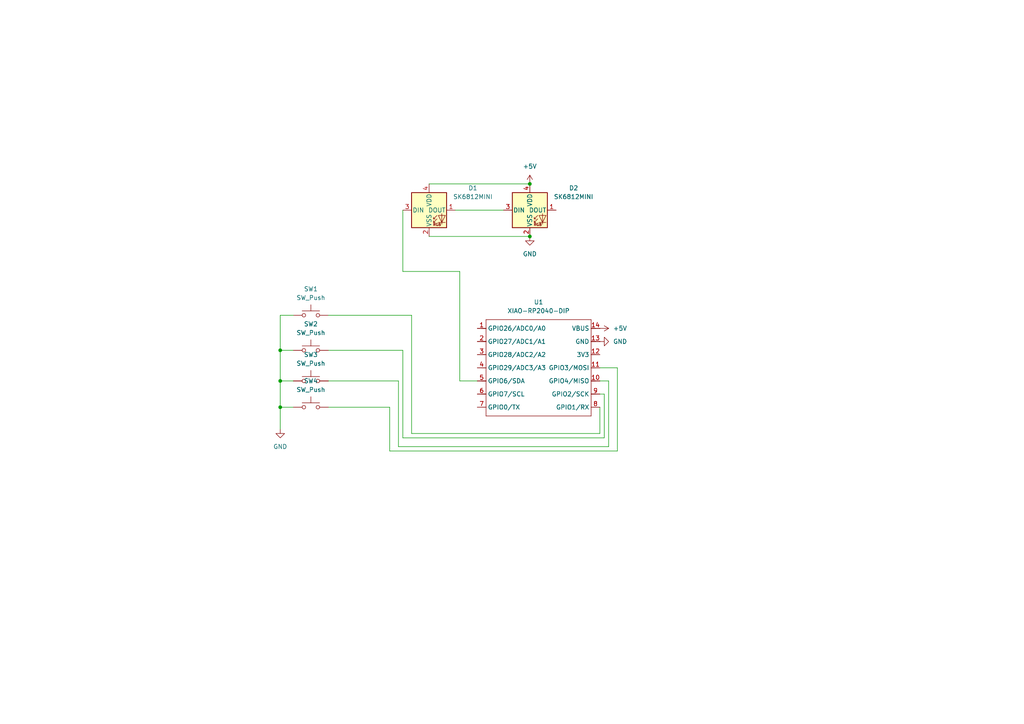
<source format=kicad_sch>
(kicad_sch
	(version 20250114)
	(generator "eeschema")
	(generator_version "9.0")
	(uuid "d1d1c7bd-7416-42d8-a4eb-284f0120f1bc")
	(paper "A4")
	(lib_symbols
		(symbol "LED:SK6812MINI"
			(pin_names
				(offset 0.254)
			)
			(exclude_from_sim no)
			(in_bom yes)
			(on_board yes)
			(property "Reference" "D"
				(at 5.08 5.715 0)
				(effects
					(font
						(size 1.27 1.27)
					)
					(justify right bottom)
				)
			)
			(property "Value" "SK6812MINI"
				(at 1.27 -5.715 0)
				(effects
					(font
						(size 1.27 1.27)
					)
					(justify left top)
				)
			)
			(property "Footprint" "LED_SMD:LED_SK6812MINI_PLCC4_3.5x3.5mm_P1.75mm"
				(at 1.27 -7.62 0)
				(effects
					(font
						(size 1.27 1.27)
					)
					(justify left top)
					(hide yes)
				)
			)
			(property "Datasheet" "https://cdn-shop.adafruit.com/product-files/2686/SK6812MINI_REV.01-1-2.pdf"
				(at 2.54 -9.525 0)
				(effects
					(font
						(size 1.27 1.27)
					)
					(justify left top)
					(hide yes)
				)
			)
			(property "Description" "RGB LED with integrated controller"
				(at 0 0 0)
				(effects
					(font
						(size 1.27 1.27)
					)
					(hide yes)
				)
			)
			(property "ki_keywords" "RGB LED NeoPixel Mini addressable"
				(at 0 0 0)
				(effects
					(font
						(size 1.27 1.27)
					)
					(hide yes)
				)
			)
			(property "ki_fp_filters" "LED*SK6812MINI*PLCC*3.5x3.5mm*P1.75mm*"
				(at 0 0 0)
				(effects
					(font
						(size 1.27 1.27)
					)
					(hide yes)
				)
			)
			(symbol "SK6812MINI_0_0"
				(text "RGB"
					(at 2.286 -4.191 0)
					(effects
						(font
							(size 0.762 0.762)
						)
					)
				)
			)
			(symbol "SK6812MINI_0_1"
				(polyline
					(pts
						(xy 1.27 -2.54) (xy 1.778 -2.54)
					)
					(stroke
						(width 0)
						(type default)
					)
					(fill
						(type none)
					)
				)
				(polyline
					(pts
						(xy 1.27 -3.556) (xy 1.778 -3.556)
					)
					(stroke
						(width 0)
						(type default)
					)
					(fill
						(type none)
					)
				)
				(polyline
					(pts
						(xy 2.286 -1.524) (xy 1.27 -2.54) (xy 1.27 -2.032)
					)
					(stroke
						(width 0)
						(type default)
					)
					(fill
						(type none)
					)
				)
				(polyline
					(pts
						(xy 2.286 -2.54) (xy 1.27 -3.556) (xy 1.27 -3.048)
					)
					(stroke
						(width 0)
						(type default)
					)
					(fill
						(type none)
					)
				)
				(polyline
					(pts
						(xy 3.683 -1.016) (xy 3.683 -3.556) (xy 3.683 -4.064)
					)
					(stroke
						(width 0)
						(type default)
					)
					(fill
						(type none)
					)
				)
				(polyline
					(pts
						(xy 4.699 -1.524) (xy 2.667 -1.524) (xy 3.683 -3.556) (xy 4.699 -1.524)
					)
					(stroke
						(width 0)
						(type default)
					)
					(fill
						(type none)
					)
				)
				(polyline
					(pts
						(xy 4.699 -3.556) (xy 2.667 -3.556)
					)
					(stroke
						(width 0)
						(type default)
					)
					(fill
						(type none)
					)
				)
				(rectangle
					(start 5.08 5.08)
					(end -5.08 -5.08)
					(stroke
						(width 0.254)
						(type default)
					)
					(fill
						(type background)
					)
				)
			)
			(symbol "SK6812MINI_1_1"
				(pin input line
					(at -7.62 0 0)
					(length 2.54)
					(name "DIN"
						(effects
							(font
								(size 1.27 1.27)
							)
						)
					)
					(number "3"
						(effects
							(font
								(size 1.27 1.27)
							)
						)
					)
				)
				(pin power_in line
					(at 0 7.62 270)
					(length 2.54)
					(name "VDD"
						(effects
							(font
								(size 1.27 1.27)
							)
						)
					)
					(number "4"
						(effects
							(font
								(size 1.27 1.27)
							)
						)
					)
				)
				(pin power_in line
					(at 0 -7.62 90)
					(length 2.54)
					(name "VSS"
						(effects
							(font
								(size 1.27 1.27)
							)
						)
					)
					(number "2"
						(effects
							(font
								(size 1.27 1.27)
							)
						)
					)
				)
				(pin output line
					(at 7.62 0 180)
					(length 2.54)
					(name "DOUT"
						(effects
							(font
								(size 1.27 1.27)
							)
						)
					)
					(number "1"
						(effects
							(font
								(size 1.27 1.27)
							)
						)
					)
				)
			)
			(embedded_fonts no)
		)
		(symbol "OPL:XIAO-RP2040-DIP"
			(exclude_from_sim no)
			(in_bom yes)
			(on_board yes)
			(property "Reference" "U"
				(at 0 0 0)
				(effects
					(font
						(size 1.27 1.27)
					)
				)
			)
			(property "Value" "XIAO-RP2040-DIP"
				(at 5.334 -1.778 0)
				(effects
					(font
						(size 1.27 1.27)
					)
				)
			)
			(property "Footprint" "Module:MOUDLE14P-XIAO-DIP-SMD"
				(at 14.478 -32.258 0)
				(effects
					(font
						(size 1.27 1.27)
					)
					(hide yes)
				)
			)
			(property "Datasheet" ""
				(at 0 0 0)
				(effects
					(font
						(size 1.27 1.27)
					)
					(hide yes)
				)
			)
			(property "Description" ""
				(at 0 0 0)
				(effects
					(font
						(size 1.27 1.27)
					)
					(hide yes)
				)
			)
			(symbol "XIAO-RP2040-DIP_1_0"
				(polyline
					(pts
						(xy -1.27 -2.54) (xy 29.21 -2.54)
					)
					(stroke
						(width 0.1524)
						(type solid)
					)
					(fill
						(type none)
					)
				)
				(polyline
					(pts
						(xy -1.27 -5.08) (xy -2.54 -5.08)
					)
					(stroke
						(width 0.1524)
						(type solid)
					)
					(fill
						(type none)
					)
				)
				(polyline
					(pts
						(xy -1.27 -5.08) (xy -1.27 -2.54)
					)
					(stroke
						(width 0.1524)
						(type solid)
					)
					(fill
						(type none)
					)
				)
				(polyline
					(pts
						(xy -1.27 -8.89) (xy -2.54 -8.89)
					)
					(stroke
						(width 0.1524)
						(type solid)
					)
					(fill
						(type none)
					)
				)
				(polyline
					(pts
						(xy -1.27 -8.89) (xy -1.27 -5.08)
					)
					(stroke
						(width 0.1524)
						(type solid)
					)
					(fill
						(type none)
					)
				)
				(polyline
					(pts
						(xy -1.27 -12.7) (xy -2.54 -12.7)
					)
					(stroke
						(width 0.1524)
						(type solid)
					)
					(fill
						(type none)
					)
				)
				(polyline
					(pts
						(xy -1.27 -12.7) (xy -1.27 -8.89)
					)
					(stroke
						(width 0.1524)
						(type solid)
					)
					(fill
						(type none)
					)
				)
				(polyline
					(pts
						(xy -1.27 -16.51) (xy -2.54 -16.51)
					)
					(stroke
						(width 0.1524)
						(type solid)
					)
					(fill
						(type none)
					)
				)
				(polyline
					(pts
						(xy -1.27 -16.51) (xy -1.27 -12.7)
					)
					(stroke
						(width 0.1524)
						(type solid)
					)
					(fill
						(type none)
					)
				)
				(polyline
					(pts
						(xy -1.27 -20.32) (xy -2.54 -20.32)
					)
					(stroke
						(width 0.1524)
						(type solid)
					)
					(fill
						(type none)
					)
				)
				(polyline
					(pts
						(xy -1.27 -24.13) (xy -2.54 -24.13)
					)
					(stroke
						(width 0.1524)
						(type solid)
					)
					(fill
						(type none)
					)
				)
				(polyline
					(pts
						(xy -1.27 -27.94) (xy -2.54 -27.94)
					)
					(stroke
						(width 0.1524)
						(type solid)
					)
					(fill
						(type none)
					)
				)
				(polyline
					(pts
						(xy -1.27 -30.48) (xy -1.27 -16.51)
					)
					(stroke
						(width 0.1524)
						(type solid)
					)
					(fill
						(type none)
					)
				)
				(polyline
					(pts
						(xy 29.21 -2.54) (xy 29.21 -5.08)
					)
					(stroke
						(width 0.1524)
						(type solid)
					)
					(fill
						(type none)
					)
				)
				(polyline
					(pts
						(xy 29.21 -5.08) (xy 29.21 -8.89)
					)
					(stroke
						(width 0.1524)
						(type solid)
					)
					(fill
						(type none)
					)
				)
				(polyline
					(pts
						(xy 29.21 -8.89) (xy 29.21 -12.7)
					)
					(stroke
						(width 0.1524)
						(type solid)
					)
					(fill
						(type none)
					)
				)
				(polyline
					(pts
						(xy 29.21 -12.7) (xy 29.21 -30.48)
					)
					(stroke
						(width 0.1524)
						(type solid)
					)
					(fill
						(type none)
					)
				)
				(polyline
					(pts
						(xy 29.21 -30.48) (xy -1.27 -30.48)
					)
					(stroke
						(width 0.1524)
						(type solid)
					)
					(fill
						(type none)
					)
				)
				(polyline
					(pts
						(xy 30.48 -5.08) (xy 29.21 -5.08)
					)
					(stroke
						(width 0.1524)
						(type solid)
					)
					(fill
						(type none)
					)
				)
				(polyline
					(pts
						(xy 30.48 -8.89) (xy 29.21 -8.89)
					)
					(stroke
						(width 0.1524)
						(type solid)
					)
					(fill
						(type none)
					)
				)
				(polyline
					(pts
						(xy 30.48 -12.7) (xy 29.21 -12.7)
					)
					(stroke
						(width 0.1524)
						(type solid)
					)
					(fill
						(type none)
					)
				)
				(polyline
					(pts
						(xy 30.48 -16.51) (xy 29.21 -16.51)
					)
					(stroke
						(width 0.1524)
						(type solid)
					)
					(fill
						(type none)
					)
				)
				(polyline
					(pts
						(xy 30.48 -20.32) (xy 29.21 -20.32)
					)
					(stroke
						(width 0.1524)
						(type solid)
					)
					(fill
						(type none)
					)
				)
				(polyline
					(pts
						(xy 30.48 -24.13) (xy 29.21 -24.13)
					)
					(stroke
						(width 0.1524)
						(type solid)
					)
					(fill
						(type none)
					)
				)
				(polyline
					(pts
						(xy 30.48 -27.94) (xy 29.21 -27.94)
					)
					(stroke
						(width 0.1524)
						(type solid)
					)
					(fill
						(type none)
					)
				)
				(pin passive line
					(at -3.81 -5.08 0)
					(length 2.54)
					(name "GPIO26/ADC0/A0"
						(effects
							(font
								(size 1.27 1.27)
							)
						)
					)
					(number "1"
						(effects
							(font
								(size 1.27 1.27)
							)
						)
					)
				)
				(pin passive line
					(at -3.81 -8.89 0)
					(length 2.54)
					(name "GPIO27/ADC1/A1"
						(effects
							(font
								(size 1.27 1.27)
							)
						)
					)
					(number "2"
						(effects
							(font
								(size 1.27 1.27)
							)
						)
					)
				)
				(pin passive line
					(at -3.81 -12.7 0)
					(length 2.54)
					(name "GPIO28/ADC2/A2"
						(effects
							(font
								(size 1.27 1.27)
							)
						)
					)
					(number "3"
						(effects
							(font
								(size 1.27 1.27)
							)
						)
					)
				)
				(pin passive line
					(at -3.81 -16.51 0)
					(length 2.54)
					(name "GPIO29/ADC3/A3"
						(effects
							(font
								(size 1.27 1.27)
							)
						)
					)
					(number "4"
						(effects
							(font
								(size 1.27 1.27)
							)
						)
					)
				)
				(pin passive line
					(at -3.81 -20.32 0)
					(length 2.54)
					(name "GPIO6/SDA"
						(effects
							(font
								(size 1.27 1.27)
							)
						)
					)
					(number "5"
						(effects
							(font
								(size 1.27 1.27)
							)
						)
					)
				)
				(pin passive line
					(at -3.81 -24.13 0)
					(length 2.54)
					(name "GPIO7/SCL"
						(effects
							(font
								(size 1.27 1.27)
							)
						)
					)
					(number "6"
						(effects
							(font
								(size 1.27 1.27)
							)
						)
					)
				)
				(pin passive line
					(at -3.81 -27.94 0)
					(length 2.54)
					(name "GPIO0/TX"
						(effects
							(font
								(size 1.27 1.27)
							)
						)
					)
					(number "7"
						(effects
							(font
								(size 1.27 1.27)
							)
						)
					)
				)
				(pin passive line
					(at 31.75 -5.08 180)
					(length 2.54)
					(name "VBUS"
						(effects
							(font
								(size 1.27 1.27)
							)
						)
					)
					(number "14"
						(effects
							(font
								(size 1.27 1.27)
							)
						)
					)
				)
				(pin passive line
					(at 31.75 -8.89 180)
					(length 2.54)
					(name "GND"
						(effects
							(font
								(size 1.27 1.27)
							)
						)
					)
					(number "13"
						(effects
							(font
								(size 1.27 1.27)
							)
						)
					)
				)
				(pin passive line
					(at 31.75 -12.7 180)
					(length 2.54)
					(name "3V3"
						(effects
							(font
								(size 1.27 1.27)
							)
						)
					)
					(number "12"
						(effects
							(font
								(size 1.27 1.27)
							)
						)
					)
				)
				(pin passive line
					(at 31.75 -16.51 180)
					(length 2.54)
					(name "GPIO3/MOSI"
						(effects
							(font
								(size 1.27 1.27)
							)
						)
					)
					(number "11"
						(effects
							(font
								(size 1.27 1.27)
							)
						)
					)
				)
				(pin passive line
					(at 31.75 -20.32 180)
					(length 2.54)
					(name "GPIO4/MISO"
						(effects
							(font
								(size 1.27 1.27)
							)
						)
					)
					(number "10"
						(effects
							(font
								(size 1.27 1.27)
							)
						)
					)
				)
				(pin passive line
					(at 31.75 -24.13 180)
					(length 2.54)
					(name "GPIO2/SCK"
						(effects
							(font
								(size 1.27 1.27)
							)
						)
					)
					(number "9"
						(effects
							(font
								(size 1.27 1.27)
							)
						)
					)
				)
				(pin passive line
					(at 31.75 -27.94 180)
					(length 2.54)
					(name "GPIO1/RX"
						(effects
							(font
								(size 1.27 1.27)
							)
						)
					)
					(number "8"
						(effects
							(font
								(size 1.27 1.27)
							)
						)
					)
				)
			)
			(embedded_fonts no)
		)
		(symbol "Switch:SW_Push"
			(pin_numbers
				(hide yes)
			)
			(pin_names
				(offset 1.016)
				(hide yes)
			)
			(exclude_from_sim no)
			(in_bom yes)
			(on_board yes)
			(property "Reference" "SW"
				(at 1.27 2.54 0)
				(effects
					(font
						(size 1.27 1.27)
					)
					(justify left)
				)
			)
			(property "Value" "SW_Push"
				(at 0 -1.524 0)
				(effects
					(font
						(size 1.27 1.27)
					)
				)
			)
			(property "Footprint" ""
				(at 0 5.08 0)
				(effects
					(font
						(size 1.27 1.27)
					)
					(hide yes)
				)
			)
			(property "Datasheet" "~"
				(at 0 5.08 0)
				(effects
					(font
						(size 1.27 1.27)
					)
					(hide yes)
				)
			)
			(property "Description" "Push button switch, generic, two pins"
				(at 0 0 0)
				(effects
					(font
						(size 1.27 1.27)
					)
					(hide yes)
				)
			)
			(property "ki_keywords" "switch normally-open pushbutton push-button"
				(at 0 0 0)
				(effects
					(font
						(size 1.27 1.27)
					)
					(hide yes)
				)
			)
			(symbol "SW_Push_0_1"
				(circle
					(center -2.032 0)
					(radius 0.508)
					(stroke
						(width 0)
						(type default)
					)
					(fill
						(type none)
					)
				)
				(polyline
					(pts
						(xy 0 1.27) (xy 0 3.048)
					)
					(stroke
						(width 0)
						(type default)
					)
					(fill
						(type none)
					)
				)
				(circle
					(center 2.032 0)
					(radius 0.508)
					(stroke
						(width 0)
						(type default)
					)
					(fill
						(type none)
					)
				)
				(polyline
					(pts
						(xy 2.54 1.27) (xy -2.54 1.27)
					)
					(stroke
						(width 0)
						(type default)
					)
					(fill
						(type none)
					)
				)
				(pin passive line
					(at -5.08 0 0)
					(length 2.54)
					(name "1"
						(effects
							(font
								(size 1.27 1.27)
							)
						)
					)
					(number "1"
						(effects
							(font
								(size 1.27 1.27)
							)
						)
					)
				)
				(pin passive line
					(at 5.08 0 180)
					(length 2.54)
					(name "2"
						(effects
							(font
								(size 1.27 1.27)
							)
						)
					)
					(number "2"
						(effects
							(font
								(size 1.27 1.27)
							)
						)
					)
				)
			)
			(embedded_fonts no)
		)
		(symbol "power:+5V"
			(power)
			(pin_numbers
				(hide yes)
			)
			(pin_names
				(offset 0)
				(hide yes)
			)
			(exclude_from_sim no)
			(in_bom yes)
			(on_board yes)
			(property "Reference" "#PWR"
				(at 0 -3.81 0)
				(effects
					(font
						(size 1.27 1.27)
					)
					(hide yes)
				)
			)
			(property "Value" "+5V"
				(at 0 3.556 0)
				(effects
					(font
						(size 1.27 1.27)
					)
				)
			)
			(property "Footprint" ""
				(at 0 0 0)
				(effects
					(font
						(size 1.27 1.27)
					)
					(hide yes)
				)
			)
			(property "Datasheet" ""
				(at 0 0 0)
				(effects
					(font
						(size 1.27 1.27)
					)
					(hide yes)
				)
			)
			(property "Description" "Power symbol creates a global label with name \"+5V\""
				(at 0 0 0)
				(effects
					(font
						(size 1.27 1.27)
					)
					(hide yes)
				)
			)
			(property "ki_keywords" "global power"
				(at 0 0 0)
				(effects
					(font
						(size 1.27 1.27)
					)
					(hide yes)
				)
			)
			(symbol "+5V_0_1"
				(polyline
					(pts
						(xy -0.762 1.27) (xy 0 2.54)
					)
					(stroke
						(width 0)
						(type default)
					)
					(fill
						(type none)
					)
				)
				(polyline
					(pts
						(xy 0 2.54) (xy 0.762 1.27)
					)
					(stroke
						(width 0)
						(type default)
					)
					(fill
						(type none)
					)
				)
				(polyline
					(pts
						(xy 0 0) (xy 0 2.54)
					)
					(stroke
						(width 0)
						(type default)
					)
					(fill
						(type none)
					)
				)
			)
			(symbol "+5V_1_1"
				(pin power_in line
					(at 0 0 90)
					(length 0)
					(name "~"
						(effects
							(font
								(size 1.27 1.27)
							)
						)
					)
					(number "1"
						(effects
							(font
								(size 1.27 1.27)
							)
						)
					)
				)
			)
			(embedded_fonts no)
		)
		(symbol "power:GND"
			(power)
			(pin_numbers
				(hide yes)
			)
			(pin_names
				(offset 0)
				(hide yes)
			)
			(exclude_from_sim no)
			(in_bom yes)
			(on_board yes)
			(property "Reference" "#PWR"
				(at 0 -6.35 0)
				(effects
					(font
						(size 1.27 1.27)
					)
					(hide yes)
				)
			)
			(property "Value" "GND"
				(at 0 -3.81 0)
				(effects
					(font
						(size 1.27 1.27)
					)
				)
			)
			(property "Footprint" ""
				(at 0 0 0)
				(effects
					(font
						(size 1.27 1.27)
					)
					(hide yes)
				)
			)
			(property "Datasheet" ""
				(at 0 0 0)
				(effects
					(font
						(size 1.27 1.27)
					)
					(hide yes)
				)
			)
			(property "Description" "Power symbol creates a global label with name \"GND\" , ground"
				(at 0 0 0)
				(effects
					(font
						(size 1.27 1.27)
					)
					(hide yes)
				)
			)
			(property "ki_keywords" "global power"
				(at 0 0 0)
				(effects
					(font
						(size 1.27 1.27)
					)
					(hide yes)
				)
			)
			(symbol "GND_0_1"
				(polyline
					(pts
						(xy 0 0) (xy 0 -1.27) (xy 1.27 -1.27) (xy 0 -2.54) (xy -1.27 -1.27) (xy 0 -1.27)
					)
					(stroke
						(width 0)
						(type default)
					)
					(fill
						(type none)
					)
				)
			)
			(symbol "GND_1_1"
				(pin power_in line
					(at 0 0 270)
					(length 0)
					(name "~"
						(effects
							(font
								(size 1.27 1.27)
							)
						)
					)
					(number "1"
						(effects
							(font
								(size 1.27 1.27)
							)
						)
					)
				)
			)
			(embedded_fonts no)
		)
	)
	(junction
		(at 81.28 110.49)
		(diameter 0)
		(color 0 0 0 0)
		(uuid "39abc57c-1707-4819-a77f-e2faf3da4a8b")
	)
	(junction
		(at 153.67 68.58)
		(diameter 0)
		(color 0 0 0 0)
		(uuid "3d6bd024-98c4-4c69-811b-13b2a37647d3")
	)
	(junction
		(at 81.28 118.11)
		(diameter 0)
		(color 0 0 0 0)
		(uuid "c577b8af-783f-405a-aab2-86068d146593")
	)
	(junction
		(at 81.28 101.6)
		(diameter 0)
		(color 0 0 0 0)
		(uuid "ca0bd097-90b6-414e-9d0b-7ffcd9c7ab33")
	)
	(junction
		(at 153.67 53.34)
		(diameter 0)
		(color 0 0 0 0)
		(uuid "f1152e91-806d-49bc-a830-3b7637e4cf70")
	)
	(wire
		(pts
			(xy 179.07 130.81) (xy 179.07 106.68)
		)
		(stroke
			(width 0)
			(type default)
		)
		(uuid "1087c477-effc-4847-8ec1-c04bf5da7937")
	)
	(wire
		(pts
			(xy 95.25 101.6) (xy 116.84 101.6)
		)
		(stroke
			(width 0)
			(type default)
		)
		(uuid "10cad5a1-946a-4efa-9a0b-7b4b4c0715f5")
	)
	(wire
		(pts
			(xy 81.28 91.44) (xy 81.28 101.6)
		)
		(stroke
			(width 0)
			(type default)
		)
		(uuid "1460448c-86e9-4f2b-b8d7-8832ceb4463d")
	)
	(wire
		(pts
			(xy 85.09 91.44) (xy 81.28 91.44)
		)
		(stroke
			(width 0)
			(type default)
		)
		(uuid "14a89965-0128-4a81-be10-2445c106445c")
	)
	(wire
		(pts
			(xy 119.38 125.73) (xy 173.99 125.73)
		)
		(stroke
			(width 0)
			(type default)
		)
		(uuid "2683f0e5-ffd0-4aca-a21b-2f96ae0f7679")
	)
	(wire
		(pts
			(xy 95.25 110.49) (xy 115.57 110.49)
		)
		(stroke
			(width 0)
			(type default)
		)
		(uuid "2f077ee3-abeb-4300-b168-92193c163f9c")
	)
	(wire
		(pts
			(xy 175.26 127) (xy 175.26 114.3)
		)
		(stroke
			(width 0)
			(type default)
		)
		(uuid "2f46d9fc-9ff3-48f0-a686-a0ecd138faa0")
	)
	(wire
		(pts
			(xy 173.99 125.73) (xy 173.99 118.11)
		)
		(stroke
			(width 0)
			(type default)
		)
		(uuid "32c6fa0c-fa47-419a-919d-39e3ee3db105")
	)
	(wire
		(pts
			(xy 81.28 118.11) (xy 81.28 124.46)
		)
		(stroke
			(width 0)
			(type default)
		)
		(uuid "363a6eb9-96f8-49c5-b231-3658bdbe1b1e")
	)
	(wire
		(pts
			(xy 81.28 118.11) (xy 85.09 118.11)
		)
		(stroke
			(width 0)
			(type default)
		)
		(uuid "37f36036-8610-49db-95ef-c841341ea792")
	)
	(wire
		(pts
			(xy 133.35 110.49) (xy 138.43 110.49)
		)
		(stroke
			(width 0)
			(type default)
		)
		(uuid "3e54d888-3613-4eff-a266-d23af2ee101a")
	)
	(wire
		(pts
			(xy 176.53 110.49) (xy 173.99 110.49)
		)
		(stroke
			(width 0)
			(type default)
		)
		(uuid "42e80b98-98ea-4b6b-a353-df7ff7ce62b1")
	)
	(wire
		(pts
			(xy 124.46 53.34) (xy 153.67 53.34)
		)
		(stroke
			(width 0)
			(type default)
		)
		(uuid "48aecbad-8efa-4baf-8ca0-70f187d5d3b9")
	)
	(wire
		(pts
			(xy 81.28 110.49) (xy 81.28 118.11)
		)
		(stroke
			(width 0)
			(type default)
		)
		(uuid "48cc4772-6327-404f-8595-79027d0929c6")
	)
	(wire
		(pts
			(xy 124.46 68.58) (xy 153.67 68.58)
		)
		(stroke
			(width 0)
			(type default)
		)
		(uuid "53cdaac4-cb5f-46c1-9b76-0b2e93953c1f")
	)
	(wire
		(pts
			(xy 119.38 91.44) (xy 119.38 125.73)
		)
		(stroke
			(width 0)
			(type default)
		)
		(uuid "6328b7b8-fb39-4543-b471-704c50e8c3f3")
	)
	(wire
		(pts
			(xy 115.57 110.49) (xy 115.57 129.54)
		)
		(stroke
			(width 0)
			(type default)
		)
		(uuid "6960eac2-9a6b-48ce-9ffb-b3835a5714f2")
	)
	(wire
		(pts
			(xy 95.25 91.44) (xy 119.38 91.44)
		)
		(stroke
			(width 0)
			(type default)
		)
		(uuid "75af8305-b2f9-4615-a4bf-286a0f3b8742")
	)
	(wire
		(pts
			(xy 176.53 129.54) (xy 176.53 110.49)
		)
		(stroke
			(width 0)
			(type default)
		)
		(uuid "781ac363-8ceb-479d-9120-1af86b2a9cbd")
	)
	(wire
		(pts
			(xy 81.28 101.6) (xy 81.28 110.49)
		)
		(stroke
			(width 0)
			(type default)
		)
		(uuid "7bfc172c-85fd-4dbb-a55d-a5dcafd37442")
	)
	(wire
		(pts
			(xy 95.25 118.11) (xy 113.03 118.11)
		)
		(stroke
			(width 0)
			(type default)
		)
		(uuid "9120c81d-1928-4b7f-88a4-680b3d515a13")
	)
	(wire
		(pts
			(xy 175.26 114.3) (xy 173.99 114.3)
		)
		(stroke
			(width 0)
			(type default)
		)
		(uuid "93ae899d-214a-458d-a0a5-e4f2694585de")
	)
	(wire
		(pts
			(xy 179.07 106.68) (xy 173.99 106.68)
		)
		(stroke
			(width 0)
			(type default)
		)
		(uuid "9496247c-7adf-43d3-bc33-2995967e344f")
	)
	(wire
		(pts
			(xy 113.03 130.81) (xy 179.07 130.81)
		)
		(stroke
			(width 0)
			(type default)
		)
		(uuid "9a208d4e-3808-488e-864b-8167817d7eeb")
	)
	(wire
		(pts
			(xy 81.28 110.49) (xy 85.09 110.49)
		)
		(stroke
			(width 0)
			(type default)
		)
		(uuid "9cc0b62c-12da-4e13-a957-3cd2409c2eb1")
	)
	(wire
		(pts
			(xy 116.84 101.6) (xy 116.84 127)
		)
		(stroke
			(width 0)
			(type default)
		)
		(uuid "aab44a07-8bb9-42d6-9909-5170496a2c35")
	)
	(wire
		(pts
			(xy 113.03 118.11) (xy 113.03 130.81)
		)
		(stroke
			(width 0)
			(type default)
		)
		(uuid "b1a67563-72e1-43ae-bfb4-a4c0674cd0a2")
	)
	(wire
		(pts
			(xy 115.57 129.54) (xy 176.53 129.54)
		)
		(stroke
			(width 0)
			(type default)
		)
		(uuid "c366428b-820d-4943-a6ae-b29b8a419f85")
	)
	(wire
		(pts
			(xy 116.84 127) (xy 175.26 127)
		)
		(stroke
			(width 0)
			(type default)
		)
		(uuid "cdcf52a5-2af9-475b-be79-9a60ad0d7f89")
	)
	(wire
		(pts
			(xy 132.08 60.96) (xy 146.05 60.96)
		)
		(stroke
			(width 0)
			(type default)
		)
		(uuid "d9f764a7-fe8f-4b7f-972c-2a1abe43bf2a")
	)
	(wire
		(pts
			(xy 133.35 78.74) (xy 133.35 110.49)
		)
		(stroke
			(width 0)
			(type default)
		)
		(uuid "dd174510-88d6-4afd-bea6-22b01a0ef299")
	)
	(wire
		(pts
			(xy 81.28 101.6) (xy 85.09 101.6)
		)
		(stroke
			(width 0)
			(type default)
		)
		(uuid "e0110502-186a-4a51-97d5-6baf666586fd")
	)
	(wire
		(pts
			(xy 116.84 78.74) (xy 133.35 78.74)
		)
		(stroke
			(width 0)
			(type default)
		)
		(uuid "e2ba7617-df61-4800-80f1-54ed2f4aed8f")
	)
	(wire
		(pts
			(xy 116.84 60.96) (xy 116.84 78.74)
		)
		(stroke
			(width 0)
			(type default)
		)
		(uuid "ea6fea3d-cc4e-4a0e-a22a-345440360e97")
	)
	(symbol
		(lib_id "LED:SK6812MINI")
		(at 124.46 60.96 0)
		(unit 1)
		(exclude_from_sim no)
		(in_bom yes)
		(on_board yes)
		(dnp no)
		(fields_autoplaced yes)
		(uuid "0d3a749a-fe8e-4f12-8f7b-c6607da8f45f")
		(property "Reference" "D1"
			(at 137.16 54.5398 0)
			(effects
				(font
					(size 1.27 1.27)
				)
			)
		)
		(property "Value" "SK6812MINI"
			(at 137.16 57.0798 0)
			(effects
				(font
					(size 1.27 1.27)
				)
			)
		)
		(property "Footprint" "LED_SMD:LED_SK6812MINI_PLCC4_3.5x3.5mm_P1.75mm"
			(at 125.73 68.58 0)
			(effects
				(font
					(size 1.27 1.27)
				)
				(justify left top)
				(hide yes)
			)
		)
		(property "Datasheet" "https://cdn-shop.adafruit.com/product-files/2686/SK6812MINI_REV.01-1-2.pdf"
			(at 127 70.485 0)
			(effects
				(font
					(size 1.27 1.27)
				)
				(justify left top)
				(hide yes)
			)
		)
		(property "Description" "RGB LED with integrated controller"
			(at 124.46 60.96 0)
			(effects
				(font
					(size 1.27 1.27)
				)
				(hide yes)
			)
		)
		(pin "1"
			(uuid "a1031d7f-2069-407e-952f-a1e75b3ac2da")
		)
		(pin "3"
			(uuid "4df7575d-2be9-4dcf-a47d-a82bb2733266")
		)
		(pin "2"
			(uuid "e798933f-6080-480b-a05e-eb42f85a8f9e")
		)
		(pin "4"
			(uuid "cc2fc9fc-62f8-49de-bc7a-0493e238aff3")
		)
		(instances
			(project ""
				(path "/d1d1c7bd-7416-42d8-a4eb-284f0120f1bc"
					(reference "D1")
					(unit 1)
				)
			)
		)
	)
	(symbol
		(lib_id "power:+5V")
		(at 173.99 95.25 270)
		(unit 1)
		(exclude_from_sim no)
		(in_bom yes)
		(on_board yes)
		(dnp no)
		(fields_autoplaced yes)
		(uuid "3a08f303-963c-4fd3-a4f1-eed76b309c6b")
		(property "Reference" "#PWR03"
			(at 170.18 95.25 0)
			(effects
				(font
					(size 1.27 1.27)
				)
				(hide yes)
			)
		)
		(property "Value" "+5V"
			(at 177.8 95.2499 90)
			(effects
				(font
					(size 1.27 1.27)
				)
				(justify left)
			)
		)
		(property "Footprint" ""
			(at 173.99 95.25 0)
			(effects
				(font
					(size 1.27 1.27)
				)
				(hide yes)
			)
		)
		(property "Datasheet" ""
			(at 173.99 95.25 0)
			(effects
				(font
					(size 1.27 1.27)
				)
				(hide yes)
			)
		)
		(property "Description" "Power symbol creates a global label with name \"+5V\""
			(at 173.99 95.25 0)
			(effects
				(font
					(size 1.27 1.27)
				)
				(hide yes)
			)
		)
		(pin "1"
			(uuid "22e5f986-8abf-44be-a073-f6651523bb59")
		)
		(instances
			(project ""
				(path "/d1d1c7bd-7416-42d8-a4eb-284f0120f1bc"
					(reference "#PWR03")
					(unit 1)
				)
			)
		)
	)
	(symbol
		(lib_id "Switch:SW_Push")
		(at 90.17 118.11 0)
		(unit 1)
		(exclude_from_sim no)
		(in_bom yes)
		(on_board yes)
		(dnp no)
		(fields_autoplaced yes)
		(uuid "4a87fdaa-521f-4bd6-9ea8-a2346c0dd6f7")
		(property "Reference" "SW4"
			(at 90.17 110.49 0)
			(effects
				(font
					(size 1.27 1.27)
				)
			)
		)
		(property "Value" "SW_Push"
			(at 90.17 113.03 0)
			(effects
				(font
					(size 1.27 1.27)
				)
			)
		)
		(property "Footprint" "Button_Switch_Keyboard:SW_Cherry_MX_1.00u_PCB"
			(at 90.17 113.03 0)
			(effects
				(font
					(size 1.27 1.27)
				)
				(hide yes)
			)
		)
		(property "Datasheet" "~"
			(at 90.17 113.03 0)
			(effects
				(font
					(size 1.27 1.27)
				)
				(hide yes)
			)
		)
		(property "Description" "Push button switch, generic, two pins"
			(at 90.17 118.11 0)
			(effects
				(font
					(size 1.27 1.27)
				)
				(hide yes)
			)
		)
		(pin "2"
			(uuid "d41b1776-6de6-40a5-a7f8-b8c2a3ed43b4")
		)
		(pin "1"
			(uuid "c4760e96-8483-4363-aa50-0cf606fe3df0")
		)
		(instances
			(project "minikeyboard"
				(path "/d1d1c7bd-7416-42d8-a4eb-284f0120f1bc"
					(reference "SW4")
					(unit 1)
				)
			)
		)
	)
	(symbol
		(lib_id "LED:SK6812MINI")
		(at 153.67 60.96 0)
		(unit 1)
		(exclude_from_sim no)
		(in_bom yes)
		(on_board yes)
		(dnp no)
		(fields_autoplaced yes)
		(uuid "568a0f75-b411-4e70-acc0-c6c1475e47a8")
		(property "Reference" "D2"
			(at 166.37 54.5398 0)
			(effects
				(font
					(size 1.27 1.27)
				)
			)
		)
		(property "Value" "SK6812MINI"
			(at 166.37 57.0798 0)
			(effects
				(font
					(size 1.27 1.27)
				)
			)
		)
		(property "Footprint" "LED_SMD:LED_SK6812MINI_PLCC4_3.5x3.5mm_P1.75mm"
			(at 154.94 68.58 0)
			(effects
				(font
					(size 1.27 1.27)
				)
				(justify left top)
				(hide yes)
			)
		)
		(property "Datasheet" "https://cdn-shop.adafruit.com/product-files/2686/SK6812MINI_REV.01-1-2.pdf"
			(at 156.21 70.485 0)
			(effects
				(font
					(size 1.27 1.27)
				)
				(justify left top)
				(hide yes)
			)
		)
		(property "Description" "RGB LED with integrated controller"
			(at 153.67 60.96 0)
			(effects
				(font
					(size 1.27 1.27)
				)
				(hide yes)
			)
		)
		(pin "1"
			(uuid "e5103727-83f1-436c-91ef-7e3f46a2ad69")
		)
		(pin "3"
			(uuid "e7c08ebc-0310-426d-ba01-f62363fad785")
		)
		(pin "2"
			(uuid "bc509915-c5ad-4e1a-bcb7-8c6a87edb3f2")
		)
		(pin "4"
			(uuid "2d93e8d5-98cd-4a2b-afe9-1e309e355063")
		)
		(instances
			(project "minikeyboard"
				(path "/d1d1c7bd-7416-42d8-a4eb-284f0120f1bc"
					(reference "D2")
					(unit 1)
				)
			)
		)
	)
	(symbol
		(lib_id "power:GND")
		(at 173.99 99.06 90)
		(unit 1)
		(exclude_from_sim no)
		(in_bom yes)
		(on_board yes)
		(dnp no)
		(fields_autoplaced yes)
		(uuid "68d15a9e-e5a2-4799-8eeb-fded2797876c")
		(property "Reference" "#PWR02"
			(at 180.34 99.06 0)
			(effects
				(font
					(size 1.27 1.27)
				)
				(hide yes)
			)
		)
		(property "Value" "GND"
			(at 177.8 99.0599 90)
			(effects
				(font
					(size 1.27 1.27)
				)
				(justify right)
			)
		)
		(property "Footprint" ""
			(at 173.99 99.06 0)
			(effects
				(font
					(size 1.27 1.27)
				)
				(hide yes)
			)
		)
		(property "Datasheet" ""
			(at 173.99 99.06 0)
			(effects
				(font
					(size 1.27 1.27)
				)
				(hide yes)
			)
		)
		(property "Description" "Power symbol creates a global label with name \"GND\" , ground"
			(at 173.99 99.06 0)
			(effects
				(font
					(size 1.27 1.27)
				)
				(hide yes)
			)
		)
		(pin "1"
			(uuid "0a390545-9d31-46e9-9679-a8135f81eb35")
		)
		(instances
			(project "minikeyboard"
				(path "/d1d1c7bd-7416-42d8-a4eb-284f0120f1bc"
					(reference "#PWR02")
					(unit 1)
				)
			)
		)
	)
	(symbol
		(lib_id "power:GND")
		(at 153.67 68.58 0)
		(unit 1)
		(exclude_from_sim no)
		(in_bom yes)
		(on_board yes)
		(dnp no)
		(fields_autoplaced yes)
		(uuid "8be9cab4-16a8-4722-8768-6c096e4b0563")
		(property "Reference" "#PWR05"
			(at 153.67 74.93 0)
			(effects
				(font
					(size 1.27 1.27)
				)
				(hide yes)
			)
		)
		(property "Value" "GND"
			(at 153.67 73.66 0)
			(effects
				(font
					(size 1.27 1.27)
				)
			)
		)
		(property "Footprint" ""
			(at 153.67 68.58 0)
			(effects
				(font
					(size 1.27 1.27)
				)
				(hide yes)
			)
		)
		(property "Datasheet" ""
			(at 153.67 68.58 0)
			(effects
				(font
					(size 1.27 1.27)
				)
				(hide yes)
			)
		)
		(property "Description" "Power symbol creates a global label with name \"GND\" , ground"
			(at 153.67 68.58 0)
			(effects
				(font
					(size 1.27 1.27)
				)
				(hide yes)
			)
		)
		(pin "1"
			(uuid "d1a042fa-d104-49b9-a75a-902a69835439")
		)
		(instances
			(project "minikeyboard"
				(path "/d1d1c7bd-7416-42d8-a4eb-284f0120f1bc"
					(reference "#PWR05")
					(unit 1)
				)
			)
		)
	)
	(symbol
		(lib_id "Switch:SW_Push")
		(at 90.17 110.49 0)
		(unit 1)
		(exclude_from_sim no)
		(in_bom yes)
		(on_board yes)
		(dnp no)
		(fields_autoplaced yes)
		(uuid "8fea5272-dc69-4870-9249-8e56d3687b38")
		(property "Reference" "SW3"
			(at 90.17 102.87 0)
			(effects
				(font
					(size 1.27 1.27)
				)
			)
		)
		(property "Value" "SW_Push"
			(at 90.17 105.41 0)
			(effects
				(font
					(size 1.27 1.27)
				)
			)
		)
		(property "Footprint" "Button_Switch_Keyboard:SW_Cherry_MX_1.00u_PCB"
			(at 90.17 105.41 0)
			(effects
				(font
					(size 1.27 1.27)
				)
				(hide yes)
			)
		)
		(property "Datasheet" "~"
			(at 90.17 105.41 0)
			(effects
				(font
					(size 1.27 1.27)
				)
				(hide yes)
			)
		)
		(property "Description" "Push button switch, generic, two pins"
			(at 90.17 110.49 0)
			(effects
				(font
					(size 1.27 1.27)
				)
				(hide yes)
			)
		)
		(pin "2"
			(uuid "862eb1d9-d6b9-4c23-aec9-3be0d573814d")
		)
		(pin "1"
			(uuid "451e2dca-562e-4e9f-a16f-58963997e5eb")
		)
		(instances
			(project "minikeyboard"
				(path "/d1d1c7bd-7416-42d8-a4eb-284f0120f1bc"
					(reference "SW3")
					(unit 1)
				)
			)
		)
	)
	(symbol
		(lib_id "Switch:SW_Push")
		(at 90.17 91.44 0)
		(unit 1)
		(exclude_from_sim no)
		(in_bom yes)
		(on_board yes)
		(dnp no)
		(fields_autoplaced yes)
		(uuid "9804ed1d-606b-4d1d-bdc7-d21fe706f3e9")
		(property "Reference" "SW1"
			(at 90.17 83.82 0)
			(effects
				(font
					(size 1.27 1.27)
				)
			)
		)
		(property "Value" "SW_Push"
			(at 90.17 86.36 0)
			(effects
				(font
					(size 1.27 1.27)
				)
			)
		)
		(property "Footprint" "Button_Switch_Keyboard:SW_Cherry_MX_1.00u_PCB"
			(at 90.17 86.36 0)
			(effects
				(font
					(size 1.27 1.27)
				)
				(hide yes)
			)
		)
		(property "Datasheet" "~"
			(at 90.17 86.36 0)
			(effects
				(font
					(size 1.27 1.27)
				)
				(hide yes)
			)
		)
		(property "Description" "Push button switch, generic, two pins"
			(at 90.17 91.44 0)
			(effects
				(font
					(size 1.27 1.27)
				)
				(hide yes)
			)
		)
		(pin "2"
			(uuid "e3cdf56f-ce72-43b7-abef-0b8f349f7c57")
		)
		(pin "1"
			(uuid "ff20991c-3776-4524-b22c-8aa54259752a")
		)
		(instances
			(project ""
				(path "/d1d1c7bd-7416-42d8-a4eb-284f0120f1bc"
					(reference "SW1")
					(unit 1)
				)
			)
		)
	)
	(symbol
		(lib_id "OPL:XIAO-RP2040-DIP")
		(at 142.24 90.17 0)
		(unit 1)
		(exclude_from_sim no)
		(in_bom yes)
		(on_board yes)
		(dnp no)
		(fields_autoplaced yes)
		(uuid "ac9c0e16-6600-4ff3-a3bf-e64bcfb8c859")
		(property "Reference" "U1"
			(at 156.21 87.63 0)
			(effects
				(font
					(size 1.27 1.27)
				)
			)
		)
		(property "Value" "XIAO-RP2040-DIP"
			(at 156.21 90.17 0)
			(effects
				(font
					(size 1.27 1.27)
				)
			)
		)
		(property "Footprint" "OPL:XIAO-RP2040-DIP"
			(at 156.718 122.428 0)
			(effects
				(font
					(size 1.27 1.27)
				)
				(hide yes)
			)
		)
		(property "Datasheet" ""
			(at 142.24 90.17 0)
			(effects
				(font
					(size 1.27 1.27)
				)
				(hide yes)
			)
		)
		(property "Description" ""
			(at 142.24 90.17 0)
			(effects
				(font
					(size 1.27 1.27)
				)
				(hide yes)
			)
		)
		(pin "2"
			(uuid "5780193f-92c4-46ee-b4f4-ff7863c9532e")
		)
		(pin "6"
			(uuid "762c4b3e-e61c-4a40-b553-92ba3e6b2831")
		)
		(pin "13"
			(uuid "87a93842-7263-4a2c-a145-6ca9e1513a3b")
		)
		(pin "7"
			(uuid "de4b798a-0f8b-4712-afa9-c3d759c7e976")
		)
		(pin "10"
			(uuid "3e81a209-6776-4238-bdcc-60300c724ba4")
		)
		(pin "14"
			(uuid "dbaef7e7-6493-44b8-a803-db9404cb05e5")
		)
		(pin "11"
			(uuid "4387cafa-548c-4963-95e3-ae7b0db61bd0")
		)
		(pin "1"
			(uuid "1995cec3-8085-4452-af56-6b725bf45902")
		)
		(pin "4"
			(uuid "710cd252-19d5-450b-bf8e-b7806bc7d8b0")
		)
		(pin "5"
			(uuid "a98e1aa5-bc9f-4c11-9b72-2a6d9fce21c1")
		)
		(pin "12"
			(uuid "ff737cd4-dac7-4d8c-b265-26e6473369f0")
		)
		(pin "9"
			(uuid "547687d6-0070-49f5-95c0-679045ad2c5e")
		)
		(pin "8"
			(uuid "d8ca5c6f-f184-4b8d-80a2-fcd7f98e250f")
		)
		(pin "3"
			(uuid "1a969ac8-fb78-4836-873a-db541e1ef32a")
		)
		(instances
			(project ""
				(path "/d1d1c7bd-7416-42d8-a4eb-284f0120f1bc"
					(reference "U1")
					(unit 1)
				)
			)
		)
	)
	(symbol
		(lib_id "power:GND")
		(at 81.28 124.46 0)
		(unit 1)
		(exclude_from_sim no)
		(in_bom yes)
		(on_board yes)
		(dnp no)
		(fields_autoplaced yes)
		(uuid "b7288ee7-77f0-4950-aff9-2314932f940c")
		(property "Reference" "#PWR01"
			(at 81.28 130.81 0)
			(effects
				(font
					(size 1.27 1.27)
				)
				(hide yes)
			)
		)
		(property "Value" "GND"
			(at 81.28 129.54 0)
			(effects
				(font
					(size 1.27 1.27)
				)
			)
		)
		(property "Footprint" ""
			(at 81.28 124.46 0)
			(effects
				(font
					(size 1.27 1.27)
				)
				(hide yes)
			)
		)
		(property "Datasheet" ""
			(at 81.28 124.46 0)
			(effects
				(font
					(size 1.27 1.27)
				)
				(hide yes)
			)
		)
		(property "Description" "Power symbol creates a global label with name \"GND\" , ground"
			(at 81.28 124.46 0)
			(effects
				(font
					(size 1.27 1.27)
				)
				(hide yes)
			)
		)
		(pin "1"
			(uuid "6bca4f17-e044-48b3-8ce3-6691022124e3")
		)
		(instances
			(project ""
				(path "/d1d1c7bd-7416-42d8-a4eb-284f0120f1bc"
					(reference "#PWR01")
					(unit 1)
				)
			)
		)
	)
	(symbol
		(lib_id "Switch:SW_Push")
		(at 90.17 101.6 0)
		(unit 1)
		(exclude_from_sim no)
		(in_bom yes)
		(on_board yes)
		(dnp no)
		(fields_autoplaced yes)
		(uuid "d6db804a-c04b-4463-8b4d-cdb7a20fa27d")
		(property "Reference" "SW2"
			(at 90.17 93.98 0)
			(effects
				(font
					(size 1.27 1.27)
				)
			)
		)
		(property "Value" "SW_Push"
			(at 90.17 96.52 0)
			(effects
				(font
					(size 1.27 1.27)
				)
			)
		)
		(property "Footprint" "Button_Switch_Keyboard:SW_Cherry_MX_1.00u_PCB"
			(at 90.17 96.52 0)
			(effects
				(font
					(size 1.27 1.27)
				)
				(hide yes)
			)
		)
		(property "Datasheet" "~"
			(at 90.17 96.52 0)
			(effects
				(font
					(size 1.27 1.27)
				)
				(hide yes)
			)
		)
		(property "Description" "Push button switch, generic, two pins"
			(at 90.17 101.6 0)
			(effects
				(font
					(size 1.27 1.27)
				)
				(hide yes)
			)
		)
		(pin "2"
			(uuid "ef936490-dd23-44da-a6c2-777060c911ef")
		)
		(pin "1"
			(uuid "abd6e16b-f037-48ad-9b82-eff7778ad458")
		)
		(instances
			(project "minikeyboard"
				(path "/d1d1c7bd-7416-42d8-a4eb-284f0120f1bc"
					(reference "SW2")
					(unit 1)
				)
			)
		)
	)
	(symbol
		(lib_id "power:+5V")
		(at 153.67 53.34 0)
		(unit 1)
		(exclude_from_sim no)
		(in_bom yes)
		(on_board yes)
		(dnp no)
		(fields_autoplaced yes)
		(uuid "faa4e76e-5b79-4fbf-8ee1-825a8024050c")
		(property "Reference" "#PWR04"
			(at 153.67 57.15 0)
			(effects
				(font
					(size 1.27 1.27)
				)
				(hide yes)
			)
		)
		(property "Value" "+5V"
			(at 153.67 48.26 0)
			(effects
				(font
					(size 1.27 1.27)
				)
			)
		)
		(property "Footprint" ""
			(at 153.67 53.34 0)
			(effects
				(font
					(size 1.27 1.27)
				)
				(hide yes)
			)
		)
		(property "Datasheet" ""
			(at 153.67 53.34 0)
			(effects
				(font
					(size 1.27 1.27)
				)
				(hide yes)
			)
		)
		(property "Description" "Power symbol creates a global label with name \"+5V\""
			(at 153.67 53.34 0)
			(effects
				(font
					(size 1.27 1.27)
				)
				(hide yes)
			)
		)
		(pin "1"
			(uuid "6f6a87e8-537c-4ab8-a1a9-82dd7a15feb1")
		)
		(instances
			(project ""
				(path "/d1d1c7bd-7416-42d8-a4eb-284f0120f1bc"
					(reference "#PWR04")
					(unit 1)
				)
			)
		)
	)
	(sheet_instances
		(path "/"
			(page "1")
		)
	)
	(embedded_fonts no)
)

</source>
